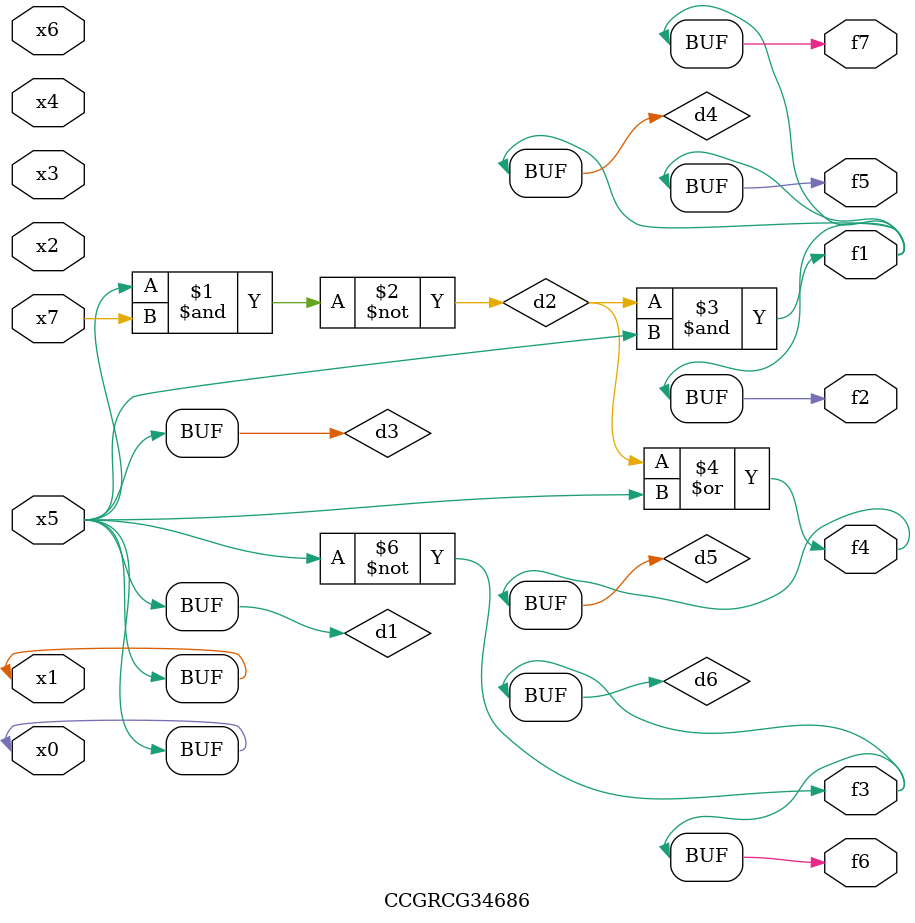
<source format=v>
module CCGRCG34686(
	input x0, x1, x2, x3, x4, x5, x6, x7,
	output f1, f2, f3, f4, f5, f6, f7
);

	wire d1, d2, d3, d4, d5, d6;

	buf (d1, x0, x5);
	nand (d2, x5, x7);
	buf (d3, x0, x1);
	and (d4, d2, d3);
	or (d5, d2, d3);
	nor (d6, d1, d3);
	assign f1 = d4;
	assign f2 = d4;
	assign f3 = d6;
	assign f4 = d5;
	assign f5 = d4;
	assign f6 = d6;
	assign f7 = d4;
endmodule

</source>
